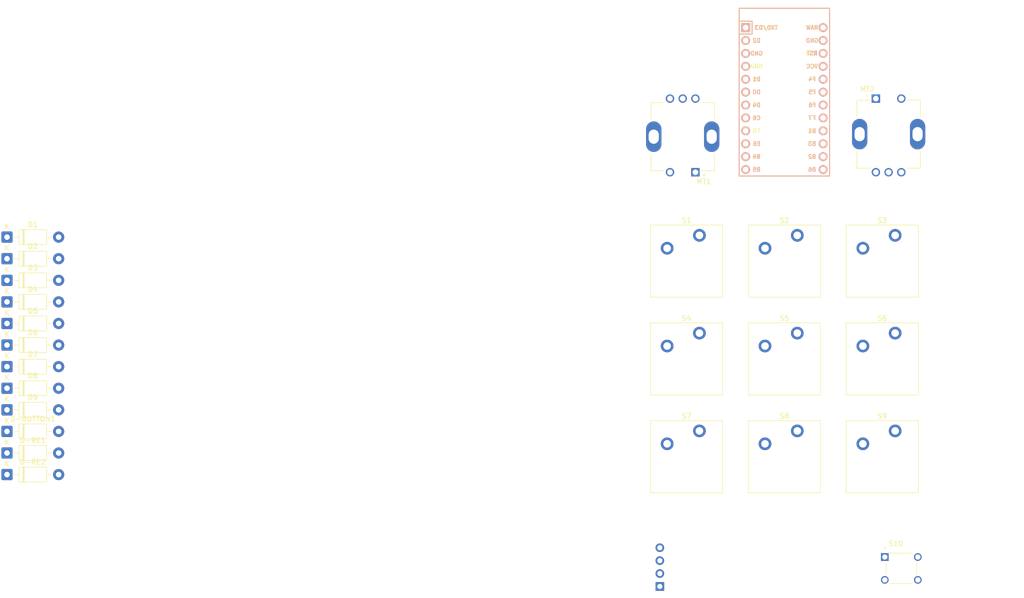
<source format=kicad_pcb>
(kicad_pcb (version 20241229) (generator "pcbnew") (generator_version "9.0")
  (layers (0 "F.Cu" signal) (2 "B.Cu" signal) (13 "F.Paste" user) (15 "B.Paste" user) (5 "F.SilkS" user "F.Silkscreen") (7 "B.SilkS" user "B.Silkscreen") (1 "F.Mask" user) (3 "B.Mask" user) (25 "Edge.Cuts" user))
  (net 0 "")
  (net 1 "/row0")
  (net 2 "/Button2")
  (net 3 "/RE1-2")
  (net 4 "/RE2-2")
  (net 5 "/row1")
  (net 6 "Net-(D1-A)")
  (net 7 "Net-(D2-A)")
  (net 8 "Net-(D3-A)")
  (net 9 "Net-(D4-A)")
  (net 10 "/row2")
  (net 11 "Net-(D5-A)")
  (net 12 "Net-(D6-A)")
  (net 13 "/row3")
  (net 14 "Net-(D7-A)")
  (net 15 "Net-(D8-A)")
  (net 16 "Net-(D9-A)")
  (net 17 "GND")
  (net 18 "/RE1-1")
  (net 22 "/RE2-1")
  (net 24 "/Button1")
  (net 42 "+5V")
  (footprint "macropad:MX_PCB_1.00u" (layer "F.Cu") (at 121.75 101.5)
    (property "Reference" "S5" (at 0 -8 0) (layer "F.SilkS"))
    (property "Value" "Keyswitch")
    (fp_line (start -7.1 -7.1) (end -7.1 7.1) (stroke (width 0.12)) (layer "F.SilkS"))
    (fp_line (start -7.1 7.1) (end 7.1 7.1) (stroke (width 0.12)) (layer "F.SilkS"))
    (fp_line (start 7.1 -7.1) (end -7.1 -7.1) (stroke (width 0.12)) (layer "F.SilkS"))
    (fp_line (start 7.1 7.1) (end 7.1 -7.1) (stroke (width 0.12)) (layer "F.SilkS"))
    (pad "" np_thru_hole circle (at -5.08 0) (size 1.75 1.75) (drill 1.75) (layers "*.Cu" "*.Mask"))
    (pad "" np_thru_hole circle (at 0 0) (size 4 4) (drill 4) (layers "*.Cu" "*.Mask"))
    (pad "" np_thru_hole circle (at 5.08 0) (size 1.75 1.75) (drill 1.75) (layers "*.Cu" "*.Mask"))
    (pad "1" thru_hole circle (at -3.81 -2.54) (size 2.5 2.5) (drill 1.5) (layers "*.Cu" "*.Mask") (net 24 "/Button1"))
    (pad "2" thru_hole circle (at 2.54 -5.08) (size 2.5 2.5) (drill 1.5) (layers "*.Cu" "*.Mask") (net 11 "Net-(D5-A)"))
  )
  (footprint "Diode_THT:D_DO-41_SOD81_P10.16mm_Horizontal" (layer "F.Cu") (at -31.164 111.521)
    (property "Reference" "D9" (at 5.08 -2.47 0) (layer "F.SilkS"))
    (property "Value" "Diode")
    (fp_line (start 1.34 0) (end 2.36 0) (stroke (width 0.12)) (layer "F.SilkS"))
    (fp_line (start 3.14 -1.47) (end 3.14 1.47) (stroke (width 0.12)) (layer "F.SilkS"))
    (fp_line (start 3.26 -1.47) (end 3.26 1.47) (stroke (width 0.12)) (layer "F.SilkS"))
    (fp_line (start 3.38 -1.47) (end 3.38 1.47) (stroke (width 0.12)) (layer "F.SilkS"))
    (fp_line (start 8.82 0) (end 7.8 0) (stroke (width 0.12)) (layer "F.SilkS"))
    (fp_rect (start 2.36 -1.47) (end 7.8 1.47) (stroke (width 0.12)) (fill no) (layer "F.SilkS"))
    (fp_text user "K" (at 0 -2.1 0) (layer "F.SilkS"))
    (pad "1" thru_hole roundrect (at 0 0) (size 2.2 2.2) (drill 1.1) (layers "*.Cu" "*.Mask") (roundrect_rratio 0.113636) (net 13 "/row3"))
    (pad "2" thru_hole circle (at 10.16 0) (size 2.2 2.2) (drill 1.1) (layers "*.Cu" "*.Mask") (net 16 "Net-(D9-A)"))
  )
  (footprint "Diode_THT:D_DO-41_SOD81_P10.16mm_Horizontal" (layer "F.Cu") (at -31.164 98.771)
    (property "Reference" "D6" (at 5.08 -2.47 0) (layer "F.SilkS"))
    (property "Value" "Diode")
    (fp_line (start 1.34 0) (end 2.36 0) (stroke (width 0.12)) (layer "F.SilkS"))
    (fp_line (start 3.14 -1.47) (end 3.14 1.47) (stroke (width 0.12)) (layer "F.SilkS"))
    (fp_line (start 3.26 -1.47) (end 3.26 1.47) (stroke (width 0.12)) (layer "F.SilkS"))
    (fp_line (start 3.38 -1.47) (end 3.38 1.47) (stroke (width 0.12)) (layer "F.SilkS"))
    (fp_line (start 8.82 0) (end 7.8 0) (stroke (width 0.12)) (layer "F.SilkS"))
    (fp_rect (start 2.36 -1.47) (end 7.8 1.47) (stroke (width 0.12)) (fill no) (layer "F.SilkS"))
    (fp_text user "K" (at 0 -2.1 0) (layer "F.SilkS"))
    (pad "1" thru_hole roundrect (at 0 0) (size 2.2 2.2) (drill 1.1) (layers "*.Cu" "*.Mask") (roundrect_rratio 0.113636) (net 10 "/row2"))
    (pad "2" thru_hole circle (at 10.16 0) (size 2.2 2.2) (drill 1.1) (layers "*.Cu" "*.Mask") (net 12 "Net-(D6-A)"))
  )
  (footprint "macropad:MX_PCB_1.00u" (layer "F.Cu") (at 102.5 120.75)
    (property "Reference" "S7" (at 0 -8 0) (layer "F.SilkS"))
    (property "Value" "Keyswitch")
    (fp_line (start -7.1 -7.1) (end -7.1 7.1) (stroke (width 0.12)) (layer "F.SilkS"))
    (fp_line (start -7.1 7.1) (end 7.1 7.1) (stroke (width 0.12)) (layer "F.SilkS"))
    (fp_line (start 7.1 -7.1) (end -7.1 -7.1) (stroke (width 0.12)) (layer "F.SilkS"))
    (fp_line (start 7.1 7.1) (end 7.1 -7.1) (stroke (width 0.12)) (layer "F.SilkS"))
    (pad "" np_thru_hole circle (at -5.08 0) (size 1.75 1.75) (drill 1.75) (layers "*.Cu" "*.Mask"))
    (pad "" np_thru_hole circle (at 0 0) (size 4 4) (drill 4) (layers "*.Cu" "*.Mask"))
    (pad "" np_thru_hole circle (at 5.08 0) (size 1.75 1.75) (drill 1.75) (layers "*.Cu" "*.Mask"))
    (pad "1" thru_hole circle (at -3.81 -2.54) (size 2.5 2.5) (drill 1.5) (layers "*.Cu" "*.Mask") (net 18 "/RE1-1"))
    (pad "2" thru_hole circle (at 2.54 -5.08) (size 2.5 2.5) (drill 1.5) (layers "*.Cu" "*.Mask") (net 14 "Net-(D7-A)"))
  )
  (footprint "macropad:XDCR_PEC11R-4215F-S0024" (layer "F.Cu") (at 101.75 57.75 180)
    (property "Reference" "MT1" (at -4.175 -8.835 0) (layer "F.SilkS"))
    (property "Value" "Rotary-Enc-Switch")
    (fp_line (start 6.25 6.7) (end 6.25 3.4) (stroke (width 0.127)) (layer "F.SilkS"))
    (fp_line (start 6.25 -6.7) (end 6.25 -3.4) (stroke (width 0.127)) (layer "F.SilkS"))
    (fp_line (start 3.7 6.7) (end 6.25 6.7) (stroke (width 0.127)) (layer "F.SilkS"))
    (fp_line (start 3.7 -6.7) (end 6.25 -6.7) (stroke (width 0.127)) (layer "F.SilkS"))
    (fp_line (start -6.25 6.7) (end -3.7 6.7) (stroke (width 0.127)) (layer "F.SilkS"))
    (fp_line (start -6.25 3.4) (end -6.25 6.7) (stroke (width 0.127)) (layer "F.SilkS"))
    (fp_line (start -6.25 -3.4) (end -6.25 -6.7) (stroke (width 0.127)) (layer "F.SilkS"))
    (fp_line (start -6.25 -6.7) (end -3.7 -6.7) (stroke (width 0.127)) (layer "F.SilkS"))
    (fp_circle (center -4.2 -7.6) (end -4.1 -7.6) (stroke (width 0.2)) (fill no) (layer "F.SilkS"))
    (pad "1" thru_hole rect (at -2.5 -7 180) (size 1.65 1.65) (drill 1.1) (layers "*.Cu" "*.Mask") (net 18 "/RE1-1"))
    (pad "2" thru_hole circle (at 2.5 -7 180) (size 1.65 1.65) (drill 1.1) (layers "*.Cu" "*.Mask") (net 3 "/RE1-2"))
    (pad "A" thru_hole circle (at -2.5 7.5 180) (size 1.65 1.65) (drill 1.1) (layers "*.Cu" "*.Mask"))
    (pad "B" thru_hole circle (at 2.5 7.5 180) (size 1.65 1.65) (drill 1.1) (layers "*.Cu" "*.Mask"))
    (pad "COM" thru_hole circle (at 0 7.5 180) (size 1.65 1.65) (drill 1.1) (layers "*.Cu" "*.Mask") (net 17 "GND"))
    (pad "S1" thru_hole oval (at -5.7 0 180) (size 3 6) (drill oval 2 2.8) (layers "*.Cu" "*.Mask") (net 17 "GND"))
    (pad "S2" thru_hole oval (at 5.7 0 180) (size 3 6) (drill oval 2 2.8) (layers "*.Cu" "*.Mask") (net 17 "GND"))
  )
  (footprint "Diode_THT:D_DO-41_SOD81_P10.16mm_Horizontal" (layer "F.Cu") (at -31.164 81.771)
    (property "Reference" "D2" (at 5.08 -2.47 0) (layer "F.SilkS"))
    (property "Value" "Diode")
    (fp_line (start 1.34 0) (end 2.36 0) (stroke (width 0.12)) (layer "F.SilkS"))
    (fp_line (start 3.14 -1.47) (end 3.14 1.47) (stroke (width 0.12)) (layer "F.SilkS"))
    (fp_line (start 3.26 -1.47) (end 3.26 1.47) (stroke (width 0.12)) (layer "F.SilkS"))
    (fp_line (start 3.38 -1.47) (end 3.38 1.47) (stroke (width 0.12)) (layer "F.SilkS"))
    (fp_line (start 8.82 0) (end 7.8 0) (stroke (width 0.12)) (layer "F.SilkS"))
    (fp_rect (start 2.36 -1.47) (end 7.8 1.47) (stroke (width 0.12)) (fill no) (layer "F.SilkS"))
    (fp_text user "K" (at 0 -2.1 0) (layer "F.SilkS"))
    (pad "1" thru_hole roundrect (at 0 0) (size 2.2 2.2) (drill 1.1) (layers "*.Cu" "*.Mask") (roundrect_rratio 0.113636) (net 5 "/row1"))
    (pad "2" thru_hole circle (at 10.16 0) (size 2.2 2.2) (drill 1.1) (layers "*.Cu" "*.Mask") (net 7 "Net-(D2-A)"))
  )
  (footprint "Diode_THT:D_DO-41_SOD81_P10.16mm_Horizontal" (layer "F.Cu") (at -31.164 94.521)
    (property "Reference" "D5" (at 5.08 -2.47 0) (layer "F.SilkS"))
    (property "Value" "Diode")
    (fp_line (start 1.34 0) (end 2.36 0) (stroke (width 0.12)) (layer "F.SilkS"))
    (fp_line (start 3.14 -1.47) (end 3.14 1.47) (stroke (width 0.12)) (layer "F.SilkS"))
    (fp_line (start 3.26 -1.47) (end 3.26 1.47) (stroke (width 0.12)) (layer "F.SilkS"))
    (fp_line (start 3.38 -1.47) (end 3.38 1.47) (stroke (width 0.12)) (layer "F.SilkS"))
    (fp_line (start 8.82 0) (end 7.8 0) (stroke (width 0.12)) (layer "F.SilkS"))
    (fp_rect (start 2.36 -1.47) (end 7.8 1.47) (stroke (width 0.12)) (fill no) (layer "F.SilkS"))
    (fp_text user "K" (at 0 -2.1 0) (layer "F.SilkS"))
    (pad "1" thru_hole roundrect (at 0 0) (size 2.2 2.2) (drill 1.1) (layers "*.Cu" "*.Mask") (roundrect_rratio 0.113636) (net 10 "/row2"))
    (pad "2" thru_hole circle (at 10.16 0) (size 2.2 2.2) (drill 1.1) (layers "*.Cu" "*.Mask") (net 11 "Net-(D5-A)"))
  )
  (footprint "macropad:MX_PCB_1.00u" (layer "F.Cu") (at 121.75 82.25)
    (property "Reference" "S2" (at 0 -8 0) (layer "F.SilkS"))
    (property "Value" "Keyswitch")
    (fp_line (start -7.1 -7.1) (end -7.1 7.1) (stroke (width 0.12)) (layer "F.SilkS"))
    (fp_line (start -7.1 7.1) (end 7.1 7.1) (stroke (width 0.12)) (layer "F.SilkS"))
    (fp_line (start 7.1 -7.1) (end -7.1 -7.1) (stroke (width 0.12)) (layer "F.SilkS"))
    (fp_line (start 7.1 7.1) (end 7.1 -7.1) (stroke (width 0.12)) (layer "F.SilkS"))
    (pad "" np_thru_hole circle (at -5.08 0) (size 1.75 1.75) (drill 1.75) (layers "*.Cu" "*.Mask"))
    (pad "" np_thru_hole circle (at 0 0) (size 4 4) (drill 4) (layers "*.Cu" "*.Mask"))
    (pad "" np_thru_hole circle (at 5.08 0) (size 1.75 1.75) (drill 1.75) (layers "*.Cu" "*.Mask"))
    (pad "1" thru_hole circle (at -3.81 -2.54) (size 2.5 2.5) (drill 1.5) (layers "*.Cu" "*.Mask") (net 24 "/Button1"))
    (pad "2" thru_hole circle (at 2.54 -5.08) (size 2.5 2.5) (drill 1.5) (layers "*.Cu" "*.Mask") (net 7 "Net-(D2-A)"))
  )
  (footprint "macropad:MX_PCB_1.00u" (layer "F.Cu") (at 141 120.75)
    (property "Reference" "S9" (at 0 -8 0) (layer "F.SilkS"))
    (property "Value" "Keyswitch")
    (fp_line (start -7.1 -7.1) (end -7.1 7.1) (stroke (width 0.12)) (layer "F.SilkS"))
    (fp_line (start -7.1 7.1) (end 7.1 7.1) (stroke (width 0.12)) (layer "F.SilkS"))
    (fp_line (start 7.1 -7.1) (end -7.1 -7.1) (stroke (width 0.12)) (layer "F.SilkS"))
    (fp_line (start 7.1 7.1) (end 7.1 -7.1) (stroke (width 0.12)) (layer "F.SilkS"))
    (pad "" np_thru_hole circle (at -5.08 0) (size 1.75 1.75) (drill 1.75) (layers "*.Cu" "*.Mask"))
    (pad "" np_thru_hole circle (at 0 0) (size 4 4) (drill 4) (layers "*.Cu" "*.Mask"))
    (pad "" np_thru_hole circle (at 5.08 0) (size 1.75 1.75) (drill 1.75) (layers "*.Cu" "*.Mask"))
    (pad "1" thru_hole circle (at -3.81 -2.54) (size 2.5 2.5) (drill 1.5) (layers "*.Cu" "*.Mask") (net 22 "/RE2-1"))
    (pad "2" thru_hole circle (at 2.54 -5.08) (size 2.5 2.5) (drill 1.5) (layers "*.Cu" "*.Mask") (net 16 "Net-(D9-A)"))
  )
  (footprint "macropad:XDCR_PEC11R-4215F-S0024" (layer "F.Cu") (at 142.25 57.25)
    (property "Reference" "MT2" (at -4.175 -8.835 0) (layer "F.SilkS"))
    (property "Value" "Rotary-Enc-Switch")
    (fp_line (start -6.25 -6.7) (end -3.7 -6.7) (stroke (width 0.127)) (layer "F.SilkS"))
    (fp_line (start -6.25 -3.4) (end -6.25 -6.7) (stroke (width 0.127)) (layer "F.SilkS"))
    (fp_line (start -6.25 3.4) (end -6.25 6.7) (stroke (width 0.127)) (layer "F.SilkS"))
    (fp_line (start -6.25 6.7) (end -3.7 6.7) (stroke (width 0.127)) (layer "F.SilkS"))
    (fp_line (start 3.7 -6.7) (end 6.25 -6.7) (stroke (width 0.127)) (layer "F.SilkS"))
    (fp_line (start 3.7 6.7) (end 6.25 6.7) (stroke (width 0.127)) (layer "F.SilkS"))
    (fp_line (start 6.25 -6.7) (end 6.25 -3.4) (stroke (width 0.127)) (layer "F.SilkS"))
    (fp_line (start 6.25 6.7) (end 6.25 3.4) (stroke (width 0.127)) (layer "F.SilkS"))
    (fp_circle (center -4.2 -7.6) (end -4.1 -7.6) (stroke (width 0.2)) (fill no) (layer "F.SilkS"))
    (pad "1" thru_hole rect (at -2.5 -7) (size 1.65 1.65) (drill 1.1) (layers "*.Cu" "*.Mask") (net 22 "/RE2-1"))
    (pad "2" thru_hole circle (at 2.5 -7) (size 1.65 1.65) (drill 1.1) (layers "*.Cu" "*.Mask") (net 4 "/RE2-2"))
    (pad "A" thru_hole circle (at -2.5 7.5) (size 1.65 1.65) (drill 1.1) (layers "*.Cu" "*.Mask"))
    (pad "B" thru_hole circle (at 2.5 7.5) (size 1.65 1.65) (drill 1.1) (layers "*.Cu" "*.Mask"))
    (pad "COM" thru_hole circle (at 0 7.5) (size 1.65 1.65) (drill 1.1) (layers "*.Cu" "*.Mask") (net 17 "GND"))
    (pad "S1" thru_hole oval (at -5.7 0) (size 3 6) (drill oval 2 2.8) (layers "*.Cu" "*.Mask") (net 17 "GND"))
    (pad "S2" thru_hole oval (at 5.7 0) (size 3 6) (drill oval 2 2.8) (layers "*.Cu" "*.Mask") (net 17 "GND"))
  )
  (footprint "macropad:Arduino_Pro_Micro" (layer "F.Cu") (at 121.75 50.25)
    (property "Reference" "U1" (hide yes))
    (property "Value" "Arduino_Pro_Micro" (hide yes))
    (fp_line (start -8.89 -17.78) (end -8.89 15.24) (stroke (width 0.2)) (layer "F.SilkS"))
    (fp_line (start -8.89 15.24) (end 8.89 15.24) (stroke (width 0.2)) (layer "F.SilkS"))
    (fp_line (start -6.35 -15.24) (end -8.89 -15.24) (stroke (width 0.2)) (layer "F.SilkS"))
    (fp_line (start -6.35 -15.24) (end -6.35 -12.7) (stroke (width 0.2)) (layer "F.SilkS"))
    (fp_line (start -6.35 -12.7) (end -8.89 -12.7) (stroke (width 0.2)) (layer "F.SilkS"))
    (fp_line (start 8.89 -17.78) (end -8.89 -17.78) (stroke (width 0.2)) (layer "F.SilkS"))
    (fp_line (start 8.89 15.24) (end 8.89 -17.78) (stroke (width 0.2)) (layer "F.SilkS"))
    (fp_poly (pts (xy 4.531568 -9.36064) (xy 4.531568 -8.56064) (xy 4.431568 -8.56064) (xy 4.431568 -9.36064)) (stroke (width 0.15)) (fill yes) (layer "F.SilkS"))
    (fp_poly (pts (xy 4.731568 -8.96064) (xy 4.731568 -8.86064) (xy 4.631568 -8.86064) (xy 4.631568 -8.96064)) (stroke (width 0.15)) (fill yes) (layer "F.SilkS"))
    (fp_poly (pts (xy 4.931568 -9.36064) (xy 4.931568 -9.26064) (xy 4.431568 -9.26064) (xy 4.431568 -9.36064)) (stroke (width 0.15)) (fill yes) (layer "F.SilkS"))
    (fp_poly (pts (xy 4.931568 -9.36064) (xy 4.931568 -9.06064) (xy 4.831568 -9.06064) (xy 4.831568 -9.36064)) (stroke (width 0.15)) (fill yes) (layer "F.SilkS"))
    (fp_poly (pts (xy 4.931568 -8.76064) (xy 4.931568 -8.56064) (xy 4.831568 -8.56064) (xy 4.831568 -8.76064)) (stroke (width 0.15)) (fill yes) (layer "F.SilkS"))
    (fp_line (start -8.89 -17.78) (end -8.89 15.24) (stroke (width 0.2)) (layer "B.SilkS"))
    (fp_line (start -8.89 15.24) (end 8.89 15.24) (stroke (width 0.2)) (layer "B.SilkS"))
    (fp_line (start -6.35 -15.24) (end -8.89 -15.24) (stroke (width 0.2)) (layer "B.SilkS"))
    (fp_line (start -6.35 -15.24) (end -6.35 -12.7) (stroke (width 0.2)) (layer "B.SilkS"))
    (fp_line (start -6.35 -12.7) (end -8.89 -12.7) (stroke (width 0.2)) (layer "B.SilkS"))
    (fp_line (start 8.89 -17.78) (end -8.89 -17.78) (stroke (width 0.2)) (layer "B.SilkS"))
    (fp_line (start 8.89 15.24) (end 8.89 -17.78) (stroke (width 0.2)) (layer "B.SilkS"))
    (fp_poly (pts (xy 5.844635 -9.35097) (xy 5.844635 -9.25097) (xy 6.344635 -9.25097) (xy 6.344635 -9.35097)) (stroke (width 0.15)) (fill yes) (layer "B.SilkS"))
    (fp_poly (pts (xy 5.844635 -9.35097) (xy 5.844635 -9.05097) (xy 5.944635 -9.05097) (xy 5.944635 -9.35097)) (stroke (width 0.15)) (fill yes) (layer "B.SilkS"))
    (fp_poly (pts (xy 5.844635 -8.75097) (xy 5.844635 -8.55097) (xy 5.944635 -8.55097) (xy 5.944635 -8.75097)) (stroke (width 0.15)) (fill yes) (layer "B.SilkS"))
    (fp_poly (pts (xy 6.044635 -8.95097) (xy 6.044635 -8.85097) (xy 6.144635 -8.85097) (xy 6.144635 -8.95097)) (stroke (width 0.15)) (fill yes) (layer "B.SilkS"))
    (fp_poly (pts (xy 6.244635 -9.35097) (xy 6.244635 -8.55097) (xy 6.344635 -8.55097) (xy 6.344635 -9.35097)) (stroke (width 0.15)) (fill yes) (layer "B.SilkS"))
    (fp_text user "B4" (at -5.461 11.43 0) (layer "F.SilkS") (effects (font (size 0.8 0.8))))
    (fp_text user "GND" (at -5.461 -8.89 0) (layer "F.SilkS") (effects (font (size 0.8 0.8))))
    (fp_text user "F6" (at 5.461 1.27 0) (layer "F.SilkS") (effects (font (size 0.8 0.8))))
    (fp_text user "D1" (at -5.461 -3.81 0) (layer "F.SilkS") (effects (font (size 0.8 0.8))))
    (fp_text user "F4" (at 5.461 -3.81 0) (layer "F.SilkS") (effects (font (size 0.8 0.8))))
    (fp_text user "D4" (at -5.461 1.27 0) (layer "F.SilkS") (effects (font (size 0.8 0.8))))
    (fp_text user "GND" (at -5.461 -6.35 0) (layer "F.SilkS") (effects (font (size 0.8 0.8))))
    (fp_text user "E6" (at -5.461 8.89 0) (layer "F.SilkS") (effects (font (size 0.8 0.8))))
    (fp_text user "B2" (at 5.461 11.43 0) (layer "F.SilkS") (effects (font (size 0.8 0.8))))
    (fp_text user "VCC" (at 5.461 -6.35 0) (layer "F.SilkS") (effects (font (size 0.8 0.8))))
    (fp_text user "B3" (at 5.461 8.89 0) (layer "F.SilkS") (effects (font (size 0.8 0.8))))
    (fp_text user "F5" (at 5.461 -1.27 0) (layer "F.SilkS") (effects (font (size 0.8 0.8))))
    (fp_text user "ST" (at 5.73312 -8.92 0) (layer "F.SilkS") (effects (font (size 0.8 0.8))))
    (fp_text user "B5" (at -5.461 13.97 0) (layer "F.SilkS") (effects (font (size 0.8 0.8))))
    (fp_text user "D7" (at -5.461 6.35 0) (layer "F.SilkS") (effects (font (size 0.8 0.8))))
    (fp_text user "GND" (at 5.461 -11.43 0) (layer "F.SilkS") (effects (font (size 0.8 0.8))))
    (fp_text user "B6" (at 5.461 13.97 0) (layer "F.SilkS") (effects (font (size 0.8 0.8))))
    (fp_text user "D2" (at -5.461 -11.43 0) (layer "F.SilkS") (effects (font (size 0.8 0.8))))
    (fp_text user "B1" (at 5.461 6.35 0) (layer "F.SilkS") (effects (font (size 0.8 0.8))))
    (fp_text user "C6" (at -5.461 3.81 0) (layer "F.SilkS") (effects (font (size 0.8 0.8))))
    (fp_text user "D0" (at -5.461 -1.27 0) (layer "F.SilkS") (effects (font (size 0.8 0.8))))
    (fp_text user "RAW" (at 5.461 -13.97 0) (layer "F.SilkS") (effects (font (size 0.8 0.8))))
    (fp_text user "TX0/D3" (at -3.571872 -13.97 0) (layer "F.SilkS") (effects (font (size 0.8 0.8))))
    (fp_text user "F7" (at 5.461 3.81 0) (layer "F.SilkS") (effects (font (size 0.8 0.8))))
    (fp_text user "GND" (at -5.461 -8.89 0) (layer "B.SilkS") (effects (font (size 0.8 0.8)) (justify mirror)))
    (fp_text user "F7" (at 5.461 3.81 0) (layer "B.SilkS") (effects (font (size 0.8 0.8)) (justify mirror)))
    (fp_text user "B4" (at -5.461 11.43 0) (layer "B.SilkS") (effects (font (size 0.8 0.8)) (justify mirror)))
    (fp_text user "C6" (at -5.461 3.81 0) (layer "B.SilkS") (effects (font (size 0.8 0.8)) (justify mirror)))
    (fp_text user "B5" (at -5.461 13.97 0) (layer "B.SilkS") (effects (font (size 0.8 0.8)) (justify mirror)))
    (fp_text user "B3" (at 5.461 8.89 0) (layer "B.SilkS") (effects (font (size 0.8 0.8)) (justify mirror)))
    (fp_text user "VCC" (at 5.461 -6.35 0) (layer "B.SilkS") (effects (font (size 0.8 0.8)) (justify mirror)))
    (fp_text user "F4" (at 5.461 -3.81 0) (layer "B.SilkS") (effects (font (size 0.8 0.8)) (justify mirror)))
    (fp_text user "D0" (at -5.461 -1.27 0) (layer "B.SilkS") (effects (font (size 0.8 0.8)) (justify mirror)))
    (fp_text user "GND" (at 5.461 -11.43 0) (layer "B.SilkS") (effects (font (size 0.8 0.8)) (justify mirror)))
    (fp_text user "ST" (at 5.04 -8.91 0) (layer "B.SilkS") (effects (font (size 0.8 0.8)) (justify mirror)))
    (fp_text user "B1" (at 5.461 6.35 0) (layer "B.SilkS") (effects (font (size 0.8 0.8)) (justify mirror)))
    (fp_text user "F6" (at 5.461 1.27 0) (layer "B.SilkS") (effects (font (size 0.8 0.8)) (justify mirror)))
    (fp_text user "B6" (at 5.461 13.97 0) (layer "B.SilkS") (effects (font (size 0.8 0.8)) (justify mirror)))
    (fp_text user "D1" (at -5.461 -3.81 0) (layer "B.SilkS") (effects (font (size 0.8 0.8)) (justify mirror)))
    (fp_text user "RAW" (at 5.461 -13.97 0) (layer "B.SilkS") (effects (font (size 0.8 0.8)) (justify mirror)))
    (fp_text user "F5" (at 5.461 -1.27 0) (layer "B.SilkS") (effects (font (size 0.8 0.8)) (justify mirror)))
    (fp_text user "B2" (at 5.461 11.43 0) (layer "B.SilkS") (effects (font (size 0.8 0.8)) (justify mirror)))
    (fp_text user "E6" (at -5.461 8.89 0) (layer "B.SilkS") (effects (font (size 0.8 0.8)) (justify mirror)))
    (fp_text user "TX0/D3" (at -3.571872 -13.97 0) (layer "B.SilkS") (effects (font (size 0.8 0.8)) (justify mirror)))
    (fp_text user "D4" (at -5.461 1.27 0) (layer "B.SilkS") (effects (font (size 0.8 0.8)) (justify mirror)))
    (fp_text user "D2" (at -5.461 -11.43 0) (layer "B.SilkS") (effects (font (size 0.8 0.8)) (justify mirror)))
    (pad "1" thru_hole rect (at -7.62 -13.97 270) (size 1.7526 1.7526) (drill 1.0922) (layers "*.Cu" "*.SilkS" "*.Mask"))
    (pad "2" thru_hole circle (at -7.62 -11.43 270) (size 1.7526 1.7526) (drill 1.0922) (layers "*.Cu" "*.SilkS" "*.Mask"))
    (pad "3" thru_hole circle (at -7.62 -8.89 270) (size 1.7526 1.7526) (drill 1.0922) (layers "*.Cu" "*.SilkS" "*.Mask"))
    (pad "4" thru_hole circle (at -7.62 -6.35 270) (size 1.7526 1.7526) (drill 1.0922) (layers "*.Cu" "*.SilkS" "*.Mask"))
    (pad "5" thru_hole circle (at -7.62 -3.81 270) (size 1.7526 1.7526) (drill 1.0922) (layers "*.Cu" "*.SilkS" "*.Mask"))
    (pad "6" thru_hole circle (at -7.62 -1.27 270) (size 1.7526 1.7526) (drill 1.0922) (layers "*.Cu" "*.SilkS" "*.Mask"))
    (pad "7" thru_hole circle (at -7.62 1.27 270) (size 1.7526 1.7526) (drill 1.0922) (layers "*.Cu" "*.SilkS" "*.Mask"))
    (pad "8" thru_hole circle (at -7.62 3.81 270) (size 1.7526 1.7526) (drill 1.0922) (layers "*.Cu" "*.SilkS" "*.Mask"))
    (pad "9" thru_hole circle (at -7.62 6.35 270) (size 1.7526 1.7526) (drill 1.0922) (layers "*.Cu" "*.SilkS" "*.Mask"))
    (pad "10" thru_hole circle (at -7.62 8.89 270) (size 1.7526 1.7526) (drill 1.0922) (layers "*.Cu" "*.SilkS" "*.Mask"))
    (pad "11" thru_hole circle (at -7.62 11.43 270) (size 1.7526 1.7526) (drill 1.0922) (layers "*.Cu" "*.SilkS" "*.Mask"))
    (pad "12" thru_hole circle (at -7.62 13.97 270) (size 1.7526 1.7526) (drill 1.0922) (layers "*.Cu" "*.SilkS" "*.Mask"))
    (pad "13" thru_hole circle (at 7.62 13.97 270) (size 1.7526 1.7526) (drill 1.0922) (layers "*.Cu" "*.SilkS" "*.Mask"))
    (pad "14" thru_hole circle (at 7.62 11.43 270) (size 1.7526 1.7526) (drill 1.0922) (layers "*.Cu" "*.SilkS" "*.Mask"))
    (pad "15" thru_hole circle (at 7.62 8.89 270) (size 1.7526 1.7526) (drill 1.0922) (layers "*.Cu" "*.SilkS" "*.Mask"))
    (pad "16" thru_hole circle (at 7.62 6.35 270) (size 1.7526 1.7526) (drill 1.0922) (layers "*.Cu" "*.SilkS" "*.Mask"))
    (pad "17" thru_hole circle (at 7.62 3.81 270) (size 1.7526 1.7526) (drill 1.0922) (layers "*.Cu" "*.SilkS" "*.Mask"))
    (pad "18" thru_hole circle (at 7.62 1.27 270) (size 1.7526 1.7526) (drill 1.0922) (layers "*.Cu" "*.SilkS" "*.Mask"))
    (pad "19" thru_hole circle (at 7.62 -1.27 270) (size 1.7526 1.7526) (drill 1.0922) (layers "*.Cu" "*.SilkS" "*.Mask"))
    (pad "20" thru_hole circle (at 7.62 -3.81 270) (size 1.7526 1.7526) (drill 1.0922) (layers "*.Cu" "*.SilkS" "*.Mask"))
    (pad "21" thru_hole circle (at 7.62 -6.35 270) (size 1.7526 1.7526) (drill 1.0922) (layers "*.Cu" "*.SilkS" "*.Mask") (net 42 "+5V"))
    (pad "22" thru_hole circle (at 7.62 -8.89 270) (size 1.7526 1.7526) (drill 1.0922) (layers "*.Cu" "*.SilkS" "*.Mask"))
    (pad "23" thru_hole circle (at 7.62 -11.43 270) (size 1.7526 1.7526) (drill 1.0922) (layers "*.Cu" "*.SilkS" "*.Mask"))
    (pad "24" thru_hole circle (at 7.62 -13.97 270) (size 1.7526 1.7526) (drill 1.0922) (layers "*.Cu" "*.SilkS" "*.Mask"))
  )
  (footprint "macropad:OLED_128x32" (layer "F.Cu") (at 95.65 136.49)
    (property "Reference" "J1" (hide yes))
    (property "Value" "OLED-4PIN")
    (pad "1" thru_hole rect (at 1.6 9.8 180) (size 1.7 1.7) (drill 1) (layers "*.Cu" "*.Mask"))
    (pad "2" thru_hole oval (at 1.6 7.26 180) (size 1.7 1.7) (drill 1) (layers "*.Cu" "*.Mask"))
    (pad "3" thru_hole oval (at 1.6 4.72 180) (size 1.7 1.7) (drill 1) (layers "*.Cu" "*.Mask"))
    (pad "4" thru_hole oval (at 1.6 2.18 180) (size 1.7 1.7) (drill 1) (layers "*.Cu" "*.Mask"))
  )
  (footprint "Diode_THT:D_DO-41_SOD81_P10.16mm_Horizontal" (layer "F.Cu") (at -31.164 124.271)
    (property "Reference" "D-RE2" (at 5.08 -2.47 0) (layer "F.SilkS"))
    (property "Value" "Diode")
    (fp_line (start 1.34 0) (end 2.36 0) (stroke (width 0.12)) (layer "F.SilkS"))
    (fp_line (start 3.14 -1.47) (end 3.14 1.47) (stroke (width 0.12)) (layer "F.SilkS"))
    (fp_line (start 3.26 -1.47) (end 3.26 1.47) (stroke (width 0.12)) (layer "F.SilkS"))
    (fp_line (start 3.38 -1.47) (end 3.38 1.47) (stroke (width 0.12)) (layer "F.SilkS"))
    (fp_line (start 8.82 0) (end 7.8 0) (stroke (width 0.12)) (layer "F.SilkS"))
    (fp_rect (start 2.36 -1.47) (end 7.8 1.47) (stroke (width 0.12)) (fill no) (layer "F.SilkS"))
    (fp_text user "K" (at 0 -2.1 0) (layer "F.SilkS"))
    (pad "1" thru_hole roundrect (at 0 0) (size 2.2 2.2) (drill 1.1) (layers "*.Cu" "*.Mask") (roundrect_rratio 0.113636) (net 1 "/row0"))
    (pad "2" thru_hole circle (at 10.16 0) (size 2.2 2.2) (drill 1.1) (layers "*.Cu" "*.Mask") (net 4 "/RE2-2"))
  )
  (footprint "Diode_THT:D_DO-41_SOD81_P10.16mm_Horizontal" (layer "F.Cu") (at -31.164 86.021)
    (property "Reference" "D3" (at 5.08 -2.47 0) (layer "F.SilkS"))
    (property "Value" "Diode")
    (fp_line (start 1.34 0) (end 2.36 0) (stroke (width 0.12)) (layer "F.SilkS"))
    (fp_line (start 3.14 -1.47) (end 3.14 1.47) (stroke (width 0.12)) (layer "F.SilkS"))
    (fp_line (start 3.26 -1.47) (end 3.26 1.47) (stroke (width 0.12)) (layer "F.SilkS"))
    (fp_line (start 3.38 -1.47) (end 3.38 1.47) (stroke (width 0.12)) (layer "F.SilkS"))
    (fp_line (start 8.82 0) (end 7.8 0) (stroke (width 0.12)) (layer "F.SilkS"))
    (fp_rect (start 2.36 -1.47) (end 7.8 1.47) (stroke (width 0.12)) (fill no) (layer "F.SilkS"))
    (fp_text user "K" (at 0 -2.1 0) (layer "F.SilkS"))
    (pad "1" thru_hole roundrect (at 0 0) (size 2.2 2.2) (drill 1.1) (layers "*.Cu" "*.Mask") (roundrect_rratio 0.113636) (net 5 "/row1"))
    (pad "2" thru_hole circle (at 10.16 0) (size 2.2 2.2) (drill 1.1) (layers "*.Cu" "*.Mask") (net 8 "Net-(D3-A)"))
  )
  (footprint "Diode_THT:D_DO-41_SOD81_P10.16mm_Horizontal" (layer "F.Cu") (at -31.164 90.271)
    (property "Reference" "D4" (at 5.08 -2.47 0) (layer "F.SilkS"))
    (property "Value" "Diode")
    (fp_line (start 1.34 0) (end 2.36 0) (stroke (width 0.12)) (layer "F.SilkS"))
    (fp_line (start 3.14 -1.47) (end 3.14 1.47) (stroke (width 0.12)) (layer "F.SilkS"))
    (fp_line (start 3.26 -1.47) (end 3.26 1.47) (stroke (width 0.12)) (layer "F.SilkS"))
    (fp_line (start 3.38 -1.47) (end 3.38 1.47) (stroke (width 0.12)) (layer "F.SilkS"))
    (fp_line (start 8.82 0) (end 7.8 0) (stroke (width 0.12)) (layer "F.SilkS"))
    (fp_rect (start 2.36 -1.47) (end 7.8 1.47) (stroke (width 0.12)) (fill no) (layer "F.SilkS"))
    (fp_text user "K" (at 0 -2.1 0) (layer "F.SilkS"))
    (pad "1" thru_hole roundrect (at 0 0) (size 2.2 2.2) (drill 1.1) (layers "*.Cu" "*.Mask") (roundrect_rratio 0.113636) (net 10 "/row2"))
    (pad "2" thru_hole circle (at 10.16 0) (size 2.2 2.2) (drill 1.1) (layers "*.Cu" "*.Mask") (net 9 "Net-(D4-A)"))
  )
  (footprint "macropad:MX_PCB_1.00u" (layer "F.Cu") (at 141 101.5)
    (property "Reference" "S6" (at 0 -8 0) (layer "F.SilkS"))
    (property "Value" "Keyswitch")
    (fp_line (start -7.1 -7.1) (end -7.1 7.1) (stroke (width 0.12)) (layer "F.SilkS"))
    (fp_line (start -7.1 7.1) (end 7.1 7.1) (stroke (width 0.12)) (layer "F.SilkS"))
    (fp_line (start 7.1 -7.1) (end -7.1 -7.1) (stroke (width 0.12)) (layer "F.SilkS"))
    (fp_line (start 7.1 7.1) (end 7.1 -7.1) (stroke (width 0.12)) (layer "F.SilkS"))
    (pad "" np_thru_hole circle (at -5.08 0) (size 1.75 1.75) (drill 1.75) (layers "*.Cu" "*.Mask"))
    (pad "" np_thru_hole circle (at 0 0) (size 4 4) (drill 4) (layers "*.Cu" "*.Mask"))
    (pad "" np_thru_hole circle (at 5.08 0) (size 1.75 1.75) (drill 1.75) (layers "*.Cu" "*.Mask"))
    (pad "1" thru_hole circle (at -3.81 -2.54) (size 2.5 2.5) (drill 1.5) (layers "*.Cu" "*.Mask") (net 22 "/RE2-1"))
    (pad "2" thru_hole circle (at 2.54 -5.08) (size 2.5 2.5) (drill 1.5) (layers "*.Cu" "*.Mask") (net 12 "Net-(D6-A)"))
  )
  (footprint "Diode_THT:D_DO-41_SOD81_P10.16mm_Horizontal" (layer "F.Cu") (at -31.164 103.021)
    (property "Reference" "D7" (at 5.08 -2.47 0) (layer "F.SilkS"))
    (property "Value" "Diode")
    (fp_line (start 1.34 0) (end 2.36 0) (stroke (width 0.12)) (layer "F.SilkS"))
    (fp_line (start 3.14 -1.47) (end 3.14 1.47) (stroke (width 0.12)) (layer "F.SilkS"))
    (fp_line (start 3.26 -1.47) (end 3.26 1.47) (stroke (width 0.12)) (layer "F.SilkS"))
    (fp_line (start 3.38 -1.47) (end 3.38 1.47) (stroke (width 0.12)) (layer "F.SilkS"))
    (fp_line (start 8.82 0) (end 7.8 0) (stroke (width 0.12)) (layer "F.SilkS"))
    (fp_rect (start 2.36 -1.47) (end 7.8 1.47) (stroke (width 0.12)) (fill no) (layer "F.SilkS"))
    (fp_text user "K" (at 0 -2.1 0) (layer "F.SilkS"))
    (pad "1" thru_hole roundrect (at 0 0) (size 2.2 2.2) (drill 1.1) (layers "*.Cu" "*.Mask") (roundrect_rratio 0.113636) (net 13 "/row3"))
    (pad "2" thru_hole circle (at 10.16 0) (size 2.2 2.2) (drill 1.1) (layers "*.Cu" "*.Mask") (net 14 "Net-(D7-A)"))
  )
  (footprint "Diode_THT:D_DO-41_SOD81_P10.16mm_Horizontal" (layer "F.Cu") (at -31.164 120.021)
    (property "Reference" "D-RE1" (at 5.08 -2.47 0) (layer "F.SilkS"))
    (property "Value" "Diode")
    (fp_line (start 1.34 0) (end 2.36 0) (stroke (width 0.12)) (layer "F.SilkS"))
    (fp_line (start 3.14 -1.47) (end 3.14 1.47) (stroke (width 0.12)) (layer "F.SilkS"))
    (fp_line (start 3.26 -1.47) (end 3.26 1.47) (stroke (width 0.12)) (layer "F.SilkS"))
    (fp_line (start 3.38 -1.47) (end 3.38 1.47) (stroke (width 0.12)) (layer "F.SilkS"))
    (fp_line (start 8.82 0) (end 7.8 0) (stroke (width 0.12)) (layer "F.SilkS"))
    (fp_rect (start 2.36 -1.47) (end 7.8 1.47) (stroke (width 0.12)) (fill no) (layer "F.SilkS"))
    (fp_text user "K" (at 0 -2.1 0) (layer "F.SilkS"))
    (pad "1" thru_hole roundrect (at 0 0) (size 2.2 2.2) (drill 1.1) (layers "*.Cu" "*.Mask") (roundrect_rratio 0.113636) (net 1 "/row0"))
    (pad "2" thru_hole circle (at 10.16 0) (size 2.2 2.2) (drill 1.1) (layers "*.Cu" "*.Mask") (net 3 "/RE1-2"))
  )
  (footprint "macropad:MX_PCB_1.00u" (layer "F.Cu") (at 121.75 120.75)
    (property "Reference" "S8" (at 0 -8 0) (layer "F.SilkS"))
    (property "Value" "Keyswitch")
    (fp_line (start -7.1 -7.1) (end -7.1 7.1) (stroke (width 0.12)) (layer "F.SilkS"))
    (fp_line (start -7.1 7.1) (end 7.1 7.1) (stroke (width 0.12)) (layer "F.SilkS"))
    (fp_line (start 7.1 -7.1) (end -7.1 -7.1) (stroke (width 0.12)) (layer "F.SilkS"))
    (fp_line (start 7.1 7.1) (end 7.1 -7.1) (stroke (width 0.12)) (layer "F.SilkS"))
    (pad "" np_thru_hole circle (at -5.08 0) (size 1.75 1.75) (drill 1.75) (layers "*.Cu" "*.Mask"))
    (pad "" np_thru_hole circle (at 0 0) (size 4 4) (drill 4) (layers "*.Cu" "*.Mask"))
    (pad "" np_thru_hole circle (at 5.08 0) (size 1.75 1.75) (drill 1.75) (layers "*.Cu" "*.Mask"))
    (pad "1" thru_hole circle (at -3.81 -2.54) (size 2.5 2.5) (drill 1.5) (layers "*.Cu" "*.Mask") (net 24 "/Button1"))
    (pad "2" thru_hole circle (at 2.54 -5.08) (size 2.5 2.5) (drill 1.5) (layers "*.Cu" "*.Mask") (net 15 "Net-(D8-A)"))
  )
  (footprint "Diode_THT:D_DO-41_SOD81_P10.16mm_Horizontal" (layer "F.Cu") (at -31.164 77.521)
    (property "Reference" "D1" (at 5.08 -2.47 0) (layer "F.SilkS"))
    (property "Value" "Diode")
    (fp_line (start 1.34 0) (end 2.36 0) (stroke (width 0.12)) (layer "F.SilkS"))
    (fp_line (start 3.14 -1.47) (end 3.14 1.47) (stroke (width 0.12)) (layer "F.SilkS"))
    (fp_line (start 3.26 -1.47) (end 3.26 1.47) (stroke (width 0.12)) (layer "F.SilkS"))
    (fp_line (start 3.38 -1.47) (end 3.38 1.47) (stroke (width 0.12)) (layer "F.SilkS"))
    (fp_line (start 8.82 0) (end 7.8 0) (stroke (width 0.12)) (layer "F.SilkS"))
    (fp_rect (start 2.36 -1.47) (end 7.8 1.47) (stroke (width 0.12)) (fill no) (layer "F.SilkS"))
    (fp_text user "K" (at 0 -2.1 0) (layer "F.SilkS"))
    (pad "1" thru_hole roundrect (at 0 0) (size 2.2 2.2) (drill 1.1) (layers "*.Cu" "*.Mask") (roundrect_rratio 0.113636) (net 5 "/row1"))
    (pad "2" thru_hole circle (at 10.16 0) (size 2.2 2.2) (drill 1.1) (layers "*.Cu" "*.Mask") (net 6 "Net-(D1-A)"))
  )
  (footprint "Diode_THT:D_DO-41_SOD81_P10.16mm_Horizontal" (layer "F.Cu") (at -31.164 107.271)
    (property "Reference" "D8" (at 5.08 -2.47 0) (layer "F.SilkS"))
    (property "Value" "Diode")
    (fp_line (start 1.34 0) (end 2.36 0) (stroke (width 0.12)) (layer "F.SilkS"))
    (fp_line (start 3.14 -1.47) (end 3.14 1.47) (stroke (width 0.12)) (layer "F.SilkS"))
    (fp_line (start 3.26 -1.47) (end 3.26 1.47) (stroke (width 0.12)) (layer "F.SilkS"))
    (fp_line (start 3.38 -1.47) (end 3.38 1.47) (stroke (width 0.12)) (layer "F.SilkS"))
    (fp_line (start 8.82 0) (end 7.8 0) (stroke (width 0.12)) (layer "F.SilkS"))
    (fp_rect (start 2.36 -1.47) (end 7.8 1.47) (stroke (width 0.12)) (fill no) (layer "F.SilkS"))
    (fp_text user "K" (at 0 -2.1 0) (layer "F.SilkS"))
    (pad "1" thru_hole roundrect (at 0 0) (size 2.2 2.2) (drill 1.1) (layers "*.Cu" "*.Mask") (roundrect_rratio 0.113636) (net 13 "/row3"))
    (pad "2" thru_hole circle (at 10.16 0) (size 2.2 2.2) (drill 1.1) (layers "*.Cu" "*.Mask") (net 15 "Net-(D8-A)"))
  )
  (footprint "macropad:MX_PCB_1.00u" (layer "F.Cu") (at 102.5 101.5)
    (property "Reference" "S4" (at 0 -8 0) (layer "F.SilkS"))
    (property "Value" "Keyswitch")
    (fp_line (start -7.1 -7.1) (end -7.1 7.1) (stroke (width 0.12)) (layer "F.SilkS"))
    (fp_line (start -7.1 7.1) (end 7.1 7.1) (stroke (width 0.12)) (layer "F.SilkS"))
    (fp_line (start 7.1 -7.1) (end -7.1 -7.1) (stroke (width 0.12)) (layer "F.SilkS"))
    (fp_line (start 7.1 7.1) (end 7.1 -7.1) (stroke (width 0.12)) (layer "F.SilkS"))
    (pad "" np_thru_hole circle (at -5.08 0) (size 1.75 1.75) (drill 1.75) (layers "*.Cu" "*.Mask"))
    (pad "" np_thru_hole circle (at 0 0) (size 4 4) (drill 4) (layers "*.Cu" "*.Mask"))
    (pad "" np_thru_hole circle (at 5.08 0) (size 1.75 1.75) (drill 1.75) (layers "*.Cu" "*.Mask"))
    (pad "1" thru_hole circle (at -3.81 -2.54) (size 2.5 2.5) (drill 1.5) (layers "*.Cu" "*.Mask") (net 18 "/RE1-1"))
    (pad "2" thru_hole circle (at 2.54 -5.08) (size 2.5 2.5) (drill 1.5) (layers "*.Cu" "*.Mask") (net 9 "Net-(D4-A)"))
  )
  (footprint "macropad:MX_PCB_1.00u" (layer "F.Cu") (at 141 82.25)
    (property "Reference" "S3" (at 0 -8 0) (layer "F.SilkS"))
    (property "Value" "Keyswitch")
    (fp_line (start -7.1 -7.1) (end -7.1 7.1) (stroke (width 0.12)) (layer "F.SilkS"))
    (fp_line (start -7.1 7.1) (end 7.1 7.1) (stroke (width 0.12)) (layer "F.SilkS"))
    (fp_line (start 7.1 -7.1) (end -7.1 -7.1) (stroke (width 0.12)) (layer "F.SilkS"))
    (fp_line (start 7.1 7.1) (end 7.1 -7.1) (stroke (width 0.12)) (layer "F.SilkS"))
    (pad "" np_thru_hole circle (at -5.08 0) (size 1.75 1.75) (drill 1.75) (layers "*.Cu" "*.Mask"))
    (pad "" np_thru_hole circle (at 0 0) (size 4 4) (drill 4) (layers "*.Cu" "*.Mask"))
    (pad "" np_thru_hole circle (at 5.08 0) (size 1.75 1.75) (drill 1.75) (layers "*.Cu" "*.Mask"))
    (pad "1" thru_hole circle (at -3.81 -2.54) (size 2.5 2.5) (drill 1.5) (layers "*.Cu" "*.Mask") (net 22 "/RE2-1"))
    (pad "2" thru_hole circle (at 2.54 -5.08) (size 2.5 2.5) (drill 1.5) (layers "*.Cu" "*.Mask") (net 8 "Net-(D3-A)"))
  )
  (footprint "Diode_THT:D_DO-41_SOD81_P10.16mm_Horizontal" (layer "F.Cu") (at -31.164 115.771)
    (property "Reference" "D-BUTTON1" (at 5.08 -2.47 0) (layer "F.SilkS"))
    (property "Value" "Diode")
    (fp_line (start 1.34 0) (end 2.36 0) (stroke (width 0.12)) (layer "F.SilkS"))
    (fp_line (start 3.14 -1.47) (end 3.14 1.47) (stroke (width 0.12)) (layer "F.SilkS"))
    (fp_line (start 3.26 -1.47) (end 3.26 1.47) (stroke (width 0.12)) (layer "F.SilkS"))
    (fp_line (start 3.38 -1.47) (end 3.38 1.47) (stroke (width 0.12)) (layer "F.SilkS"))
    (fp_line (start 8.82 0) (end 7.8 0) (stroke (width 0.12)) (layer "F.SilkS"))
    (fp_rect (start 2.36 -1.47) (end 7.8 1.47) (stroke (width 0.12)) (fill no) (layer "F.SilkS"))
    (fp_text user "K" (at 0 -2.1 0) (layer "F.SilkS"))
    (pad "1" thru_hole roundrect (at 0 0) (size 2.2 2.2) (drill 1.1) (layers "*.Cu" "*.Mask") (roundrect_rratio 0.113636) (net 1 "/row0"))
    (pad "2" thru_hole circle (at 10.16 0) (size 2.2 2.2) (drill 1.1) (layers "*.Cu" "*.Mask") (net 2 "/Button2"))
  )
  (footprint "macropad:SW_TS02-66-95-BK-260-LCR-D" (layer "F.Cu") (at 144.75 142.75)
    (property "Reference" "S10" (at -1.079 -4.889 0) (layer "F.SilkS"))
    (property "Value" "TS02-66-95-BK-260-LCR-D")
    (fp_line (start -3 -1.176) (end -3 1.176) (stroke (width 0.127)) (layer "F.SilkS"))
    (fp_line (start -2.176 -3) (end 2.176 -3) (stroke (width 0.127)) (layer "F.SilkS"))
    (fp_line (start -2.176 3) (end 2.176 3) (stroke (width 0.127)) (layer "F.SilkS"))
    (fp_line (start 3 -1.176) (end 3 1.176) (stroke (width 0.127)) (layer "F.SilkS"))
    (fp_circle (center -3.25 -4.004) (end -3.15 -4.004) (stroke (width 0.2)) (fill no) (layer "F.SilkS"))
    (pad "1" thru_hole rect (at -3.25 -2.25) (size 1.508 1.508) (drill 1) (layers "*.Cu" "*.Mask") (net 24 "/Button1"))
    (pad "2" thru_hole circle (at 3.25 -2.25) (size 1.508 1.508) (drill 1) (layers "*.Cu" "*.Mask"))
    (pad "3" thru_hole circle (at -3.25 2.25) (size 1.508 1.508) (drill 1) (layers "*.Cu" "*.Mask") (net 2 "/Button2"))
    (pad "4" thru_hole circle (at 3.25 2.25) (size 1.508 1.508) (drill 1) (layers "*.Cu" "*.Mask"))
  )
  (footprint "macropad:MX_PCB_1.00u" (layer "F.Cu") (at 102.5 82.25)
    (property "Reference" "S1" (at 0 -8 0) (layer "F.SilkS"))
    (property "Value" "Keyswitch")
    (fp_line (start -7.1 -7.1) (end -7.1 7.1) (stroke (width 0.12)) (layer "F.SilkS"))
    (fp_line (start -7.1 7.1) (end 7.1 7.1) (stroke (width 0.12)) (layer "F.SilkS"))
    (fp_line (start 7.1 -7.1) (end -7.1 -7.1) (stroke (width 0.12)) (layer "F.SilkS"))
    (fp_line (start 7.1 7.1) (end 7.1 -7.1) (stroke (width 0.12)) (layer "F.SilkS"))
    (pad "" np_thru_hole circle (at -5.08 0) (size 1.75 1.75) (drill 1.75) (layers "*.Cu" "*.Mask"))
    (pad "" np_thru_hole circle (at 0 0) (size 4 4) (drill 4) (layers "*.Cu" "*.Mask"))
    (pad "" np_thru_hole circle (at 5.08 0) (size 1.75 1.75) (drill 1.75) (layers "*.Cu" "*.Mask"))
    (pad "1" thru_hole circle (at -3.81 -2.54) (size 2.5 2.5) (drill 1.5) (layers "*.Cu" "*.Mask") (net 18 "/RE1-1"))
    (pad "2" thru_hole circle (at 2.54 -5.08) (size 2.5 2.5) (drill 1.5) (layers "*.Cu" "*.Mask") (net 6 "Net-(D1-A)"))
  )
)
</source>
